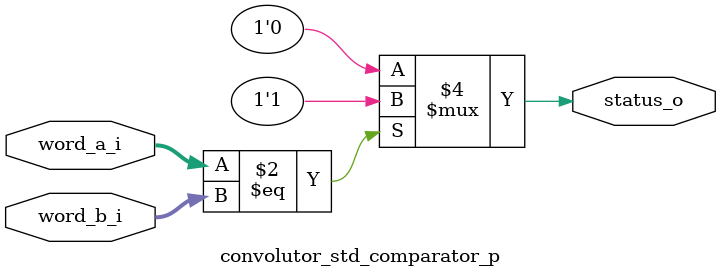
<source format=sv>

module convolutor_std_comparator_p # (
  parameter WORD_SIZE = 8,
  parameter TYPE = 0
  ) (
  input logic [WORD_SIZE-1:0] word_a_i, 
  input logic [WORD_SIZE-1:0] word_b_i, 
  output logic status_o
);

  generate
    if (TYPE == 0) begin
      always_comb begin
        if (word_a_i == word_b_i)
          status_o = 1'b1;
        else 
          status_o = 1'b0;
      end
    end		
		
    else if (TYPE == 1) begin
      always_comb begin
        if (word_a_i > word_b_i)
          status_o = 1'b1;
        else 
          status_o = 1'b0;
      end
    end	
		
    else if (TYPE == 2) begin
      always_comb begin
        if (word_a_i < word_b_i)
          status_o = 1'b1;
        else 
          status_o = 1'b0;
      end
    end
  endgenerate

endmodule : convolutor_std_comparator_p
</source>
